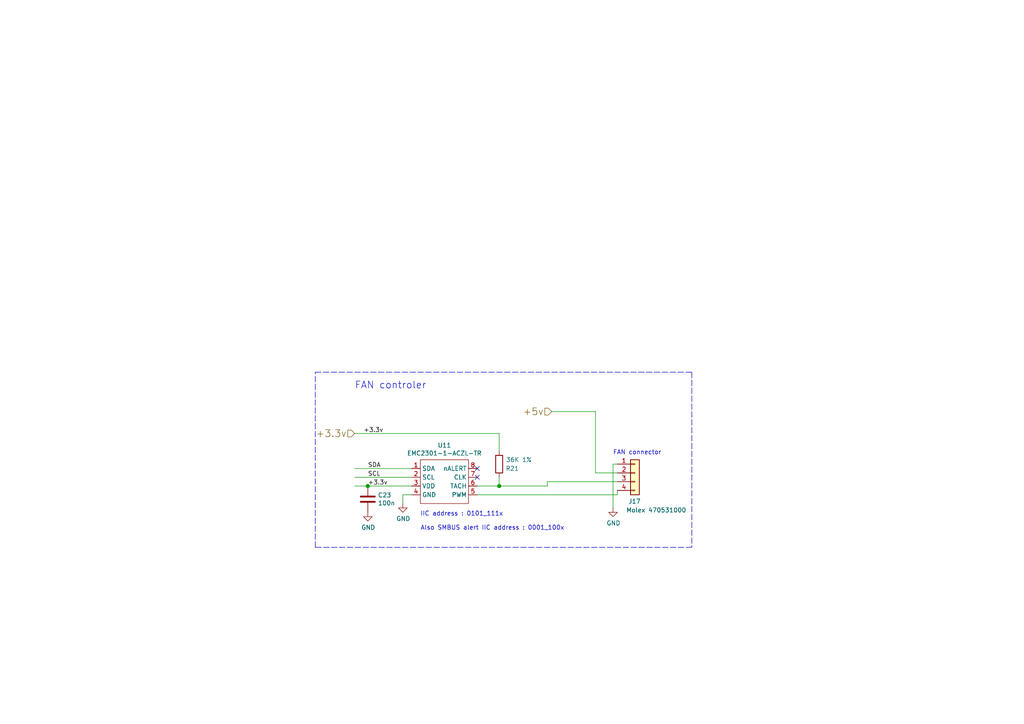
<source format=kicad_sch>
(kicad_sch (version 20201015) (generator eeschema)
  (page 1 7)
  (paper "A4")
  (title_block (title "Compute Module 4 IO Board - RTC - FAN") (rev "1") (company "(c) Raspberry Pi Trading 2020") (comment 1 "www.raspberrypi.org"))
  (lib_symbols
    (symbol "CM4IO:EMC2301"
      (property "Reference" "U" (at -7.62 13.97 0))
      (property "Value" "EMC2301" (at -1.27 -1.27 0))
      (symbol "EMC2301_0_1"
        (rectangle (start -8.89 12.7) (end 5.08 0))
      )
      (symbol "EMC2301_0_0"
        (pin open_collector line (at -11.43 10.16 0) (length 2.54) (name "SDA") (number "1"))
        (pin open_collector line (at -11.43 7.62 0) (length 2.54) (name "SCL") (number "2"))
        (pin power_in line (at -11.43 5.08 0) (length 2.54) (name "VDD") (number "3"))
        (pin power_in line (at -11.43 2.54 0) (length 2.54) (name "GND") (number "4"))
        (pin output line (at 7.62 2.54 180) (length 2.54) (name "PWM") (number "5"))
        (pin input line (at 7.62 5.08 180) (length 2.54) (name "TACH") (number "6"))
        (pin input line (at 7.62 7.62 180) (length 2.54) (name "CLK") (number "7"))
        (pin open_collector line (at 7.62 10.16 180) (length 2.54) (name "nALERT") (number "8"))
      )
    )
    (symbol "Connector_Generic:Conn_01x04" (pin_names hide)
      (property "Reference" "J" (at 0 5.08 0))
      (property "Value" "Conn_01x04" (at 0 -7.62 0))
      (symbol "Conn_01x04_1_1"
        (rectangle (start -1.27 -4.953) (end 0 -5.207))
        (rectangle (start -1.27 -2.413) (end 0 -2.667))
        (rectangle (start -1.27 2.667) (end 0 2.413))
        (rectangle (start -1.27 3.81) (end 1.27 -6.35) (stroke (width 0.254)) (fill (type background)))
        (rectangle (start -1.27 0.127) (end 0 -0.127))
        (pin passive line (at -5.08 2.54 0) (length 3.81) (name "Pin_1") (number "1"))
        (pin passive line (at -5.08 0 0) (length 3.81) (name "Pin_2") (number "2"))
        (pin passive line (at -5.08 -2.54 0) (length 3.81) (name "Pin_3") (number "3"))
        (pin passive line (at -5.08 -5.08 0) (length 3.81) (name "Pin_4") (number "4"))
      )
    )
    (symbol "Device:C" (pin_numbers hide) (pin_names (offset 0.254))
      (property "Reference" "C" (at 0.635 2.54 0))
      (property "Value" "C" (at 0.635 -2.54 0))
      (symbol "C_0_1"
        (polyline (pts (xy -2.032 -0.762) (xy 2.032 -0.762)) (stroke (width 0.508)))
        (polyline (pts (xy -2.032 0.762) (xy 2.032 0.762)) (stroke (width 0.508)))
      )
      (symbol "C_1_1"
        (pin passive line (at 0 3.81 270) (length 2.794) (name "~") (number "1"))
        (pin passive line (at 0 -3.81 90) (length 2.794) (name "~") (number "2"))
      )
    )
    (symbol "Device:R" (pin_numbers hide) (pin_names (offset 0))
      (property "Reference" "R" (at 2.032 0 90))
      (property "Value" "R" (at 0 0 90))
      (symbol "R_0_1"
        (rectangle (start -1.016 -2.54) (end 1.016 2.54) (stroke (width 0.254)))
      )
      (symbol "R_1_1"
        (pin passive line (at 0 3.81 270) (length 1.27) (name "~") (number "1"))
        (pin passive line (at 0 -3.81 90) (length 1.27) (name "~") (number "2"))
      )
    )
    (symbol "power:GND" (power) (pin_names (offset 0))
      (property "Value" "GND" (at 0 -3.81 0))
      (symbol "GND_0_1"
        (polyline (pts (xy 0 0) (xy 0 -1.27) (xy 1.27 -1.27) (xy 0 -2.54) (xy -1.27 -1.27) (xy 0 -1.27)))
      )
      (symbol "GND_1_1"
        (pin power_in line (at 0 0 270) (length 0) hide (name "GND") (number "1"))
      )
    )
  )
  (junction (at 106.68 140.97) (diameter 1.016))
  (junction (at 144.78 140.97) (diameter 1.016))
  (no_connect (at 138.43 138.43))
  (no_connect (at 138.43 135.89))
  (wire (pts (xy 102.87 125.73) (xy 144.78 125.73)))
  (wire (pts (xy 106.68 140.97) (xy 102.87 140.97)))
  (wire (pts (xy 116.84 143.51) (xy 116.84 146.05)))
  (wire (pts (xy 119.38 135.89) (xy 102.87 135.89)))
  (wire (pts (xy 119.38 138.43) (xy 102.87 138.43)))
  (wire (pts (xy 119.38 140.97) (xy 106.68 140.97)))
  (wire (pts (xy 119.38 143.51) (xy 116.84 143.51)))
  (wire (pts (xy 138.43 140.97) (xy 144.78 140.97)))
  (wire (pts (xy 138.43 143.51) (xy 179.07 143.51)))
  (wire (pts (xy 144.78 125.73) (xy 144.78 130.81)))
  (wire (pts (xy 144.78 140.97) (xy 144.78 138.43)))
  (wire (pts (xy 144.78 140.97) (xy 158.75 140.97)))
  (wire (pts (xy 158.75 139.7) (xy 158.75 140.97)))
  (wire (pts (xy 172.72 119.38) (xy 160.02 119.38)))
  (wire (pts (xy 172.72 119.38) (xy 172.72 137.16)))
  (wire (pts (xy 177.8 134.62) (xy 177.8 147.32)))
  (wire (pts (xy 179.07 134.62) (xy 177.8 134.62)))
  (wire (pts (xy 179.07 137.16) (xy 172.72 137.16)))
  (wire (pts (xy 179.07 139.7) (xy 158.75 139.7)))
  (wire (pts (xy 179.07 143.51) (xy 179.07 142.24)))
  (polyline (pts (xy 91.44 107.95) (xy 200.66 107.95)) (stroke (width 0) (type dash)))
  (polyline (pts (xy 91.44 158.75) (xy 91.44 107.95)) (stroke (width 0) (type dash)))
  (polyline (pts (xy 200.66 107.95) (xy 200.66 158.75)) (stroke (width 0) (type dash)))
  (polyline (pts (xy 200.66 158.75) (xy 91.44 158.75)) (stroke (width 0) (type dash)))
  (text "FAN controler" (at 102.87 113.03 0) (effects (font (size 2.0066 2.0066)) (justify left bottom)))
  (text "IIC address : 0101_111x" (at 121.92 149.86 0) (effects (font (size 1.27 1.27)) (justify left bottom)))
  (text "Also SMBUS alert IIC address : 0001_100x" (at 121.9454 153.9494 0) (effects (font (size 1.27 1.27)) (justify left bottom)))
  (text "FAN connector\n" (at 177.8 132.08 0) (effects (font (size 1.27 1.27)) (justify left bottom)))
  (label "+3.3v" (at 105.41 125.73 0))
  (label "SDA" (at 106.68 135.89 0))
  (label "SCL" (at 106.68 138.43 0))
  (label "+3.3v" (at 106.68 140.97 0))
  (hierarchical_label "+3.3v" (shape input) (at 102.87 125.73 180) (effects (font (size 2.0066 2.0066))))
  (hierarchical_label "+5v" (shape input) (at 160.02 119.38 180) (effects (font (size 2.007 2.007))))
  (symbol (lib_id "power:GND") (at 106.68 148.59 0) (unit 1)
    (property "Reference" "#PWR0112" (effects hide))
    (property "Value" "GND" (at 106.807 152.9842 0))
  )
  (symbol (lib_id "power:GND") (at 116.84 146.05 0) (unit 1)
    (property "Reference" "#PWR0103" (effects hide))
    (property "Value" "GND" (at 116.967 150.4442 0))
  )
  (symbol (lib_id "power:GND") (at 177.8 147.32 0) (unit 1)
    (property "Reference" "#PWR0102" (effects hide))
    (property "Value" "GND" (at 177.927 151.7142 0))
  )
  (symbol (lib_id "Device:R") (at 144.78 134.62 180) (unit 1)
    (property "Reference" "R21" (at 148.59 135.89 0))
    (property "Value" "36K 1%" (at 150.495 133.35 0))
    (property "Footprint" "Resistor_SMD:R_0402_1005Metric" (effects hide))
    (property "Datasheet" "https://fscdn.rohm.com/en/products/databook/datasheet/passive/resistor/chip_resistor/mcr-e.pdf" (effects hide))
    (property "Field4" "Farnell" (effects hide))
    (property "Field5" "1458788" (effects hide))
    (property "Field7" "Rohm" (effects hide))
    (property "Field6" "MCR01MZPF3602" (effects hide))
    (property "Part Description" "Resistor 36K M1005 1% 63mW" (effects hide))
  )
  (symbol (lib_id "Device:C") (at 106.68 144.78 0) (unit 1)
    (property "Reference" "C23" (at 109.601 143.6116 0) (effects (justify left)))
    (property "Value" "100n" (at 109.601 145.923 0) (effects (justify left)))
    (property "Footprint" "Capacitor_SMD:C_0402_1005Metric" (effects hide))
    (property "Datasheet" "https://search.murata.co.jp/Ceramy/image/img/A01X/G101/ENG/GRM155R71C104KA88-01.pdf" (effects hide))
    (property "Field4" "Farnell" (effects hide))
    (property "Field5" "2611911" (effects hide))
    (property "Field6" "RM EMK105 B7104KV-F" (effects hide))
    (property "Field7" "TAIYO YUDEN EUROPE GMBH" (effects hide))
    (property "Part Description" "	0.1uF 10% 16V Ceramic Capacitor X7R 0402 (1005 Metric)" (effects hide))
    (property "Field8" "110091611" (effects hide))
  )
  (symbol (lib_id "Connector_Generic:Conn_01x04") (at 184.15 137.16 0) (unit 1)
    (property "Reference" "J17" (at 182.245 145.415 0) (effects (justify left)))
    (property "Value" "Molex 470531000" (at 181.61 147.955 0) (effects (justify left)))
    (property "Footprint" "Connector_Wire:SolderWirePad_1x01_SMD_1x2mm" (effects hide))
    (property "Datasheet" "https://www.molex.com/pdm_docs/sd/470531000_sd.pdf" (effects hide))
    (property "Field4" "Farnell" (effects hide))
    (property "Field5" "	2313705" (effects hide))
    (property "Field6" "470531000" (effects hide))
    (property "Field7" "Molex" (effects hide))
    (property "Part Description" "	Connector Header Through Hole 4 position 0.100\" (2.54mm)" (effects hide))
  )
  (symbol (lib_id "CM4IO:EMC2301") (at 130.81 146.05 0) (unit 1)
    (property "Reference" "U11" (at 128.905 129.159 0))
    (property "Value" "EMC2301-1-ACZL-TR" (at 128.905 131.4704 0))
    (property "Footprint" "Package_SO:SOIC-8_5.23x5.23mm_P1.27mm" (effects hide))
    (property "Datasheet" "https://ww1.microchip.com/downloads/en/DeviceDoc/2301.pdf" (effects hide))
    (property "Field4" "Digikey" (effects hide))
    (property "Field5" "EMC2301-1-ACZL-CT-ND" (effects hide))
    (property "Field6" "EMC2301-1-ACZL-TR" (effects hide))
    (property "Field7" "Microchip" (effects hide))
    (property "Part Description" "Motor Driver PWM 8-MSOP" (effects hide))
  )
)
</source>
